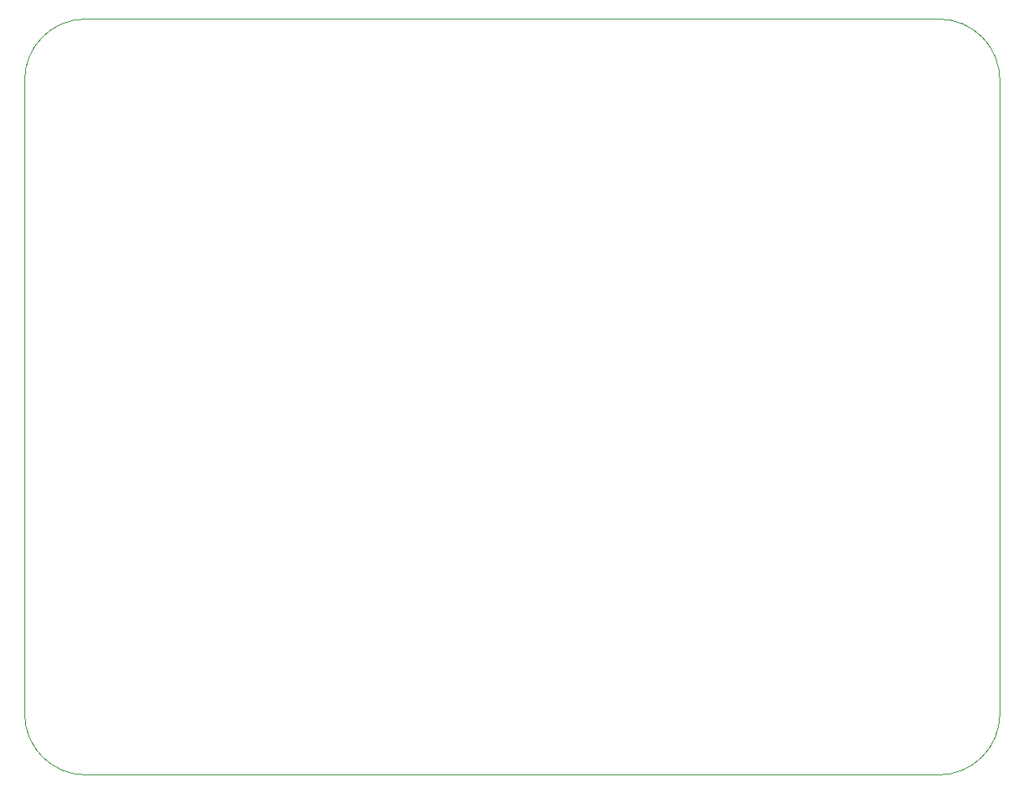
<source format=gm1>
G04 #@! TF.GenerationSoftware,KiCad,Pcbnew,(5.1.5-0-10_14)*
G04 #@! TF.CreationDate,2020-02-19T20:19:11+01:00*
G04 #@! TF.ProjectId,Clock_module,436c6f63-6b5f-46d6-9f64-756c652e6b69,rev?*
G04 #@! TF.SameCoordinates,Original*
G04 #@! TF.FileFunction,Profile,NP*
%FSLAX46Y46*%
G04 Gerber Fmt 4.6, Leading zero omitted, Abs format (unit mm)*
G04 Created by KiCad (PCBNEW (5.1.5-0-10_14)) date 2020-02-19 20:19:11*
%MOMM*%
%LPD*%
G04 APERTURE LIST*
%ADD10C,0.050000*%
G04 APERTURE END LIST*
D10*
X166370000Y-99060000D02*
X166370000Y-33020000D01*
X172720000Y-105410000D02*
G75*
G02X166370000Y-99060000I0J6350000D01*
G01*
X261620000Y-105410000D02*
X172720000Y-105410000D01*
X267970000Y-99060000D02*
G75*
G02X261620000Y-105410000I-6350000J0D01*
G01*
X267970000Y-33020000D02*
X267970000Y-99060000D01*
X261620000Y-26670000D02*
G75*
G02X267970000Y-33020000I0J-6350000D01*
G01*
X172720000Y-26670000D02*
X261620000Y-26670000D01*
X166370000Y-33020000D02*
G75*
G02X172720000Y-26670000I6350000J0D01*
G01*
M02*

</source>
